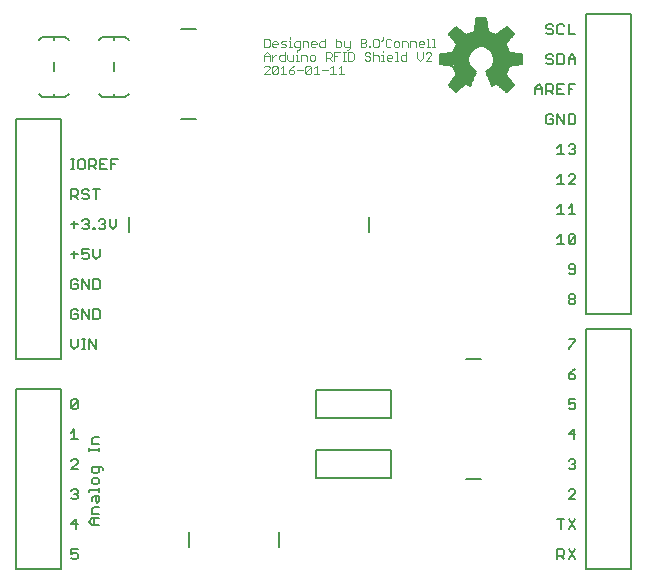
<source format=gto>
G75*
%MOIN*%
%OFA0B0*%
%FSLAX24Y24*%
%IPPOS*%
%LPD*%
%AMOC8*
5,1,8,0,0,1.08239X$1,22.5*
%
%ADD10C,0.0020*%
%ADD11C,0.0050*%
%ADD12C,0.0060*%
%ADD13C,0.0080*%
%ADD14C,0.0059*%
D10*
X008910Y018160D02*
X009097Y018347D01*
X009097Y018394D01*
X009050Y018440D01*
X008957Y018440D01*
X008910Y018394D01*
X008910Y018610D02*
X008910Y018797D01*
X009003Y018890D01*
X009097Y018797D01*
X009097Y018610D01*
X009186Y018610D02*
X009186Y018797D01*
X009186Y018703D02*
X009280Y018797D01*
X009326Y018797D01*
X009416Y018750D02*
X009463Y018797D01*
X009603Y018797D01*
X009693Y018797D02*
X009693Y018657D01*
X009739Y018610D01*
X009879Y018610D01*
X009879Y018797D01*
X009969Y018797D02*
X010016Y018797D01*
X010016Y018610D01*
X010062Y018610D02*
X009969Y018610D01*
X009926Y018440D02*
X009832Y018394D01*
X009739Y018300D01*
X009879Y018300D01*
X009926Y018253D01*
X009926Y018207D01*
X009879Y018160D01*
X009785Y018160D01*
X009739Y018207D01*
X009739Y018300D01*
X009649Y018160D02*
X009462Y018160D01*
X009556Y018160D02*
X009556Y018440D01*
X009462Y018347D01*
X009373Y018394D02*
X009373Y018207D01*
X009326Y018160D01*
X009233Y018160D01*
X009186Y018207D01*
X009373Y018394D01*
X009326Y018440D01*
X009233Y018440D01*
X009186Y018394D01*
X009186Y018207D01*
X009097Y018160D02*
X008910Y018160D01*
X008910Y018750D02*
X009097Y018750D01*
X009050Y019060D02*
X008910Y019060D01*
X008910Y019340D01*
X009050Y019340D01*
X009097Y019294D01*
X009097Y019107D01*
X009050Y019060D01*
X009186Y019107D02*
X009186Y019200D01*
X009233Y019247D01*
X009326Y019247D01*
X009373Y019200D01*
X009373Y019153D01*
X009186Y019153D01*
X009186Y019107D02*
X009233Y019060D01*
X009326Y019060D01*
X009462Y019060D02*
X009603Y019060D01*
X009649Y019107D01*
X009603Y019153D01*
X009509Y019153D01*
X009462Y019200D01*
X009509Y019247D01*
X009649Y019247D01*
X009739Y019247D02*
X009785Y019247D01*
X009785Y019060D01*
X009739Y019060D02*
X009832Y019060D01*
X009923Y019107D02*
X009923Y019200D01*
X009970Y019247D01*
X010110Y019247D01*
X010110Y019013D01*
X010063Y018967D01*
X010016Y018967D01*
X010016Y018937D02*
X010016Y018890D01*
X010153Y018797D02*
X010293Y018797D01*
X010340Y018750D01*
X010340Y018610D01*
X010429Y018657D02*
X010476Y018610D01*
X010569Y018610D01*
X010616Y018657D01*
X010616Y018750D01*
X010569Y018797D01*
X010476Y018797D01*
X010429Y018750D01*
X010429Y018657D01*
X010431Y018440D02*
X010478Y018394D01*
X010291Y018207D01*
X010338Y018160D01*
X010431Y018160D01*
X010478Y018207D01*
X010478Y018394D01*
X010431Y018440D02*
X010338Y018440D01*
X010291Y018394D01*
X010291Y018207D01*
X010202Y018300D02*
X010015Y018300D01*
X010153Y018610D02*
X010153Y018797D01*
X010110Y019060D02*
X009970Y019060D01*
X009923Y019107D01*
X009785Y019340D02*
X009785Y019387D01*
X009603Y018890D02*
X009603Y018610D01*
X009463Y018610D01*
X009416Y018657D01*
X009416Y018750D01*
X010199Y019060D02*
X010199Y019247D01*
X010339Y019247D01*
X010386Y019200D01*
X010386Y019060D01*
X010475Y019107D02*
X010475Y019200D01*
X010522Y019247D01*
X010615Y019247D01*
X010662Y019200D01*
X010662Y019153D01*
X010475Y019153D01*
X010475Y019107D02*
X010522Y019060D01*
X010615Y019060D01*
X010752Y019107D02*
X010752Y019200D01*
X010798Y019247D01*
X010938Y019247D01*
X010938Y019340D02*
X010938Y019060D01*
X010798Y019060D01*
X010752Y019107D01*
X010982Y018890D02*
X010982Y018610D01*
X010982Y018703D02*
X011122Y018703D01*
X011169Y018750D01*
X011169Y018844D01*
X011122Y018890D01*
X010982Y018890D01*
X011075Y018703D02*
X011169Y018610D01*
X011258Y018610D02*
X011258Y018890D01*
X011445Y018890D01*
X011534Y018890D02*
X011628Y018890D01*
X011581Y018890D02*
X011581Y018610D01*
X011534Y018610D02*
X011628Y018610D01*
X011718Y018610D02*
X011859Y018610D01*
X011905Y018657D01*
X011905Y018844D01*
X011859Y018890D01*
X011718Y018890D01*
X011718Y018610D01*
X011490Y018440D02*
X011490Y018160D01*
X011583Y018160D02*
X011396Y018160D01*
X011307Y018160D02*
X011120Y018160D01*
X011213Y018160D02*
X011213Y018440D01*
X011120Y018347D01*
X011030Y018300D02*
X010844Y018300D01*
X010754Y018160D02*
X010567Y018160D01*
X010661Y018160D02*
X010661Y018440D01*
X010567Y018347D01*
X011258Y018750D02*
X011351Y018750D01*
X011304Y019060D02*
X011444Y019060D01*
X011491Y019107D01*
X011491Y019200D01*
X011444Y019247D01*
X011304Y019247D01*
X011304Y019340D02*
X011304Y019060D01*
X011580Y019107D02*
X011580Y019247D01*
X011580Y019107D02*
X011627Y019060D01*
X011767Y019060D01*
X011767Y019013D02*
X011720Y018967D01*
X011674Y018967D01*
X011767Y019013D02*
X011767Y019247D01*
X012133Y019200D02*
X012273Y019200D01*
X012320Y019153D01*
X012320Y019107D01*
X012273Y019060D01*
X012133Y019060D01*
X012133Y019340D01*
X012273Y019340D01*
X012320Y019294D01*
X012320Y019247D01*
X012273Y019200D01*
X012409Y019107D02*
X012456Y019107D01*
X012456Y019060D01*
X012409Y019060D01*
X012409Y019107D01*
X012547Y019107D02*
X012547Y019294D01*
X012594Y019340D01*
X012687Y019340D01*
X012734Y019294D01*
X012734Y019107D01*
X012687Y019060D01*
X012594Y019060D01*
X012547Y019107D01*
X012547Y018890D02*
X012547Y018610D01*
X012458Y018657D02*
X012411Y018610D01*
X012318Y018610D01*
X012271Y018657D01*
X012318Y018750D02*
X012411Y018750D01*
X012458Y018703D01*
X012458Y018657D01*
X012547Y018750D02*
X012594Y018797D01*
X012687Y018797D01*
X012734Y018750D01*
X012734Y018610D01*
X012823Y018610D02*
X012917Y018610D01*
X012870Y018610D02*
X012870Y018797D01*
X012823Y018797D01*
X012870Y018890D02*
X012870Y018937D01*
X013008Y019060D02*
X013102Y019060D01*
X013148Y019107D01*
X013238Y019107D02*
X013284Y019060D01*
X013378Y019060D01*
X013425Y019107D01*
X013425Y019200D01*
X013378Y019247D01*
X013284Y019247D01*
X013238Y019200D01*
X013238Y019107D01*
X013148Y019294D02*
X013102Y019340D01*
X013008Y019340D01*
X012961Y019294D01*
X012961Y019107D01*
X013008Y019060D01*
X012823Y019247D02*
X012870Y019294D01*
X012870Y019387D01*
X013054Y018797D02*
X013148Y018797D01*
X013194Y018750D01*
X013194Y018703D01*
X013007Y018703D01*
X013007Y018657D02*
X013007Y018750D01*
X013054Y018797D01*
X013007Y018657D02*
X013054Y018610D01*
X013148Y018610D01*
X013284Y018610D02*
X013377Y018610D01*
X013330Y018610D02*
X013330Y018890D01*
X013284Y018890D01*
X013468Y018750D02*
X013515Y018797D01*
X013655Y018797D01*
X013655Y018890D02*
X013655Y018610D01*
X013515Y018610D01*
X013468Y018657D01*
X013468Y018750D01*
X013514Y019060D02*
X013514Y019247D01*
X013654Y019247D01*
X013701Y019200D01*
X013701Y019060D01*
X013790Y019060D02*
X013790Y019247D01*
X013930Y019247D01*
X013977Y019200D01*
X013977Y019060D01*
X014066Y019107D02*
X014066Y019200D01*
X014113Y019247D01*
X014207Y019247D01*
X014253Y019200D01*
X014253Y019153D01*
X014066Y019153D01*
X014066Y019107D02*
X014113Y019060D01*
X014207Y019060D01*
X014343Y019060D02*
X014436Y019060D01*
X014389Y019060D02*
X014389Y019340D01*
X014343Y019340D01*
X014527Y019340D02*
X014573Y019340D01*
X014573Y019060D01*
X014527Y019060D02*
X014620Y019060D01*
X014437Y018890D02*
X014483Y018844D01*
X014483Y018797D01*
X014297Y018610D01*
X014483Y018610D01*
X014437Y018890D02*
X014343Y018890D01*
X014297Y018844D01*
X014207Y018890D02*
X014207Y018703D01*
X014114Y018610D01*
X014020Y018703D01*
X014020Y018890D01*
X012458Y018844D02*
X012411Y018890D01*
X012318Y018890D01*
X012271Y018844D01*
X012271Y018797D01*
X012318Y018750D01*
X011490Y018440D02*
X011396Y018347D01*
D11*
X000650Y007650D02*
X000650Y001650D01*
X002150Y001650D01*
X002150Y007650D01*
X000650Y007650D01*
X000650Y008650D02*
X002150Y008650D01*
X002150Y016650D01*
X000650Y016650D01*
X000650Y008650D01*
X019650Y009650D02*
X019650Y001650D01*
X021150Y001650D01*
X021150Y009650D01*
X019650Y009650D01*
X019650Y010150D02*
X019650Y020150D01*
X021150Y020150D01*
X021150Y010150D01*
X019650Y010150D01*
D12*
X019289Y010537D02*
X019232Y010480D01*
X019118Y010480D01*
X019062Y010537D01*
X019062Y010593D01*
X019118Y010650D01*
X019232Y010650D01*
X019289Y010593D01*
X019289Y010537D01*
X019232Y010650D02*
X019289Y010707D01*
X019289Y010764D01*
X019232Y010820D01*
X019118Y010820D01*
X019062Y010764D01*
X019062Y010707D01*
X019118Y010650D01*
X019118Y011480D02*
X019232Y011480D01*
X019289Y011537D01*
X019289Y011764D01*
X019232Y011820D01*
X019118Y011820D01*
X019062Y011764D01*
X019062Y011707D01*
X019118Y011650D01*
X019289Y011650D01*
X019118Y011480D02*
X019062Y011537D01*
X019118Y012480D02*
X019062Y012537D01*
X019289Y012764D01*
X019289Y012537D01*
X019232Y012480D01*
X019118Y012480D01*
X019062Y012537D02*
X019062Y012764D01*
X019118Y012820D01*
X019232Y012820D01*
X019289Y012764D01*
X018920Y012480D02*
X018693Y012480D01*
X018807Y012480D02*
X018807Y012820D01*
X018693Y012707D01*
X018693Y013480D02*
X018920Y013480D01*
X018807Y013480D02*
X018807Y013820D01*
X018693Y013707D01*
X019062Y013707D02*
X019175Y013820D01*
X019175Y013480D01*
X019062Y013480D02*
X019289Y013480D01*
X019289Y014480D02*
X019062Y014480D01*
X019289Y014707D01*
X019289Y014764D01*
X019232Y014820D01*
X019118Y014820D01*
X019062Y014764D01*
X018920Y014480D02*
X018693Y014480D01*
X018807Y014480D02*
X018807Y014820D01*
X018693Y014707D01*
X018693Y015480D02*
X018920Y015480D01*
X018807Y015480D02*
X018807Y015820D01*
X018693Y015707D01*
X019062Y015764D02*
X019118Y015820D01*
X019232Y015820D01*
X019289Y015764D01*
X019289Y015707D01*
X019232Y015650D01*
X019289Y015593D01*
X019289Y015537D01*
X019232Y015480D01*
X019118Y015480D01*
X019062Y015537D01*
X019175Y015650D02*
X019232Y015650D01*
X019232Y016480D02*
X019289Y016537D01*
X019289Y016764D01*
X019232Y016820D01*
X019062Y016820D01*
X019062Y016480D01*
X019232Y016480D01*
X018920Y016480D02*
X018920Y016820D01*
X018693Y016820D02*
X018693Y016480D01*
X018552Y016537D02*
X018552Y016650D01*
X018438Y016650D01*
X018325Y016537D02*
X018325Y016764D01*
X018382Y016820D01*
X018495Y016820D01*
X018552Y016764D01*
X018693Y016820D02*
X018920Y016480D01*
X018552Y016537D02*
X018495Y016480D01*
X018382Y016480D01*
X018325Y016537D01*
X018325Y017480D02*
X018325Y017820D01*
X018495Y017820D01*
X018552Y017764D01*
X018552Y017650D01*
X018495Y017593D01*
X018325Y017593D01*
X018438Y017593D02*
X018552Y017480D01*
X018693Y017480D02*
X018693Y017820D01*
X018920Y017820D01*
X019062Y017820D02*
X019062Y017480D01*
X018920Y017480D02*
X018693Y017480D01*
X018693Y017650D02*
X018807Y017650D01*
X019062Y017650D02*
X019175Y017650D01*
X019062Y017820D02*
X019289Y017820D01*
X019289Y018480D02*
X019289Y018707D01*
X019175Y018820D01*
X019062Y018707D01*
X019062Y018480D01*
X018920Y018537D02*
X018920Y018764D01*
X018864Y018820D01*
X018693Y018820D01*
X018693Y018480D01*
X018864Y018480D01*
X018920Y018537D01*
X019062Y018650D02*
X019289Y018650D01*
X019289Y019480D02*
X019062Y019480D01*
X019062Y019820D01*
X018920Y019764D02*
X018864Y019820D01*
X018750Y019820D01*
X018693Y019764D01*
X018693Y019537D01*
X018750Y019480D01*
X018864Y019480D01*
X018920Y019537D01*
X018552Y019537D02*
X018495Y019480D01*
X018382Y019480D01*
X018325Y019537D01*
X018382Y019650D02*
X018495Y019650D01*
X018552Y019593D01*
X018552Y019537D01*
X018382Y019650D02*
X018325Y019707D01*
X018325Y019764D01*
X018382Y019820D01*
X018495Y019820D01*
X018552Y019764D01*
X018495Y018820D02*
X018382Y018820D01*
X018325Y018764D01*
X018325Y018707D01*
X018382Y018650D01*
X018495Y018650D01*
X018552Y018593D01*
X018552Y018537D01*
X018495Y018480D01*
X018382Y018480D01*
X018325Y018537D01*
X018552Y018764D02*
X018495Y018820D01*
X018070Y017820D02*
X017957Y017707D01*
X017957Y017480D01*
X017957Y017650D02*
X018184Y017650D01*
X018184Y017707D02*
X018184Y017480D01*
X018184Y017707D02*
X018070Y017820D01*
X019062Y009320D02*
X019289Y009320D01*
X019289Y009264D01*
X019062Y009037D01*
X019062Y008980D01*
X019289Y008320D02*
X019175Y008264D01*
X019062Y008150D01*
X019232Y008150D01*
X019289Y008093D01*
X019289Y008037D01*
X019232Y007980D01*
X019118Y007980D01*
X019062Y008037D01*
X019062Y008150D01*
X019062Y007320D02*
X019062Y007150D01*
X019175Y007207D01*
X019232Y007207D01*
X019289Y007150D01*
X019289Y007037D01*
X019232Y006980D01*
X019118Y006980D01*
X019062Y007037D01*
X019062Y007320D02*
X019289Y007320D01*
X019232Y006320D02*
X019062Y006150D01*
X019289Y006150D01*
X019232Y005980D02*
X019232Y006320D01*
X019232Y005320D02*
X019289Y005264D01*
X019289Y005207D01*
X019232Y005150D01*
X019289Y005093D01*
X019289Y005037D01*
X019232Y004980D01*
X019118Y004980D01*
X019062Y005037D01*
X019175Y005150D02*
X019232Y005150D01*
X019232Y005320D02*
X019118Y005320D01*
X019062Y005264D01*
X019118Y004320D02*
X019062Y004264D01*
X019118Y004320D02*
X019232Y004320D01*
X019289Y004264D01*
X019289Y004207D01*
X019062Y003980D01*
X019289Y003980D01*
X019289Y003320D02*
X019062Y002980D01*
X019289Y002980D02*
X019062Y003320D01*
X018920Y003320D02*
X018693Y003320D01*
X018807Y003320D02*
X018807Y002980D01*
X018864Y002320D02*
X018693Y002320D01*
X018693Y001980D01*
X018693Y002093D02*
X018864Y002093D01*
X018920Y002150D01*
X018920Y002264D01*
X018864Y002320D01*
X019062Y002320D02*
X019289Y001980D01*
X019062Y001980D02*
X019289Y002320D01*
X018920Y001980D02*
X018807Y002093D01*
X003991Y013093D02*
X003991Y013320D01*
X003991Y013093D02*
X003878Y012980D01*
X003764Y013093D01*
X003764Y013320D01*
X003623Y013264D02*
X003623Y013207D01*
X003566Y013150D01*
X003623Y013093D01*
X003623Y013037D01*
X003566Y012980D01*
X003453Y012980D01*
X003396Y013037D01*
X003268Y013037D02*
X003268Y012980D01*
X003212Y012980D01*
X003212Y013037D01*
X003268Y013037D01*
X003070Y013037D02*
X003013Y012980D01*
X002900Y012980D01*
X002843Y013037D01*
X002957Y013150D02*
X003013Y013150D01*
X003070Y013093D01*
X003070Y013037D01*
X003013Y013150D02*
X003070Y013207D01*
X003070Y013264D01*
X003013Y013320D01*
X002900Y013320D01*
X002843Y013264D01*
X002702Y013150D02*
X002475Y013150D01*
X002588Y013037D02*
X002588Y013264D01*
X002475Y013980D02*
X002475Y014320D01*
X002645Y014320D01*
X002702Y014264D01*
X002702Y014150D01*
X002645Y014093D01*
X002475Y014093D01*
X002588Y014093D02*
X002702Y013980D01*
X002843Y014037D02*
X002900Y013980D01*
X003013Y013980D01*
X003070Y014037D01*
X003070Y014093D01*
X003013Y014150D01*
X002900Y014150D01*
X002843Y014207D01*
X002843Y014264D01*
X002900Y014320D01*
X003013Y014320D01*
X003070Y014264D01*
X003212Y014320D02*
X003438Y014320D01*
X003325Y014320D02*
X003325Y013980D01*
X003453Y013320D02*
X003566Y013320D01*
X003623Y013264D01*
X003566Y013150D02*
X003509Y013150D01*
X003396Y013264D02*
X003453Y013320D01*
X003438Y012320D02*
X003438Y012093D01*
X003325Y011980D01*
X003212Y012093D01*
X003212Y012320D01*
X003070Y012320D02*
X002843Y012320D01*
X002843Y012150D01*
X002957Y012207D01*
X003013Y012207D01*
X003070Y012150D01*
X003070Y012037D01*
X003013Y011980D01*
X002900Y011980D01*
X002843Y012037D01*
X002702Y012150D02*
X002475Y012150D01*
X002588Y012037D02*
X002588Y012264D01*
X002532Y011320D02*
X002475Y011264D01*
X002475Y011037D01*
X002532Y010980D01*
X002645Y010980D01*
X002702Y011037D01*
X002702Y011150D01*
X002588Y011150D01*
X002702Y011264D02*
X002645Y011320D01*
X002532Y011320D01*
X002843Y011320D02*
X002843Y010980D01*
X003070Y010980D02*
X002843Y011320D01*
X003070Y011320D02*
X003070Y010980D01*
X003212Y010980D02*
X003382Y010980D01*
X003438Y011037D01*
X003438Y011264D01*
X003382Y011320D01*
X003212Y011320D01*
X003212Y010980D01*
X003212Y010320D02*
X003382Y010320D01*
X003438Y010264D01*
X003438Y010037D01*
X003382Y009980D01*
X003212Y009980D01*
X003212Y010320D01*
X003070Y010320D02*
X003070Y009980D01*
X002843Y010320D01*
X002843Y009980D01*
X002702Y010037D02*
X002702Y010150D01*
X002588Y010150D01*
X002475Y010037D02*
X002532Y009980D01*
X002645Y009980D01*
X002702Y010037D01*
X002702Y010264D02*
X002645Y010320D01*
X002532Y010320D01*
X002475Y010264D01*
X002475Y010037D01*
X002475Y009320D02*
X002475Y009093D01*
X002588Y008980D01*
X002702Y009093D01*
X002702Y009320D01*
X002843Y009320D02*
X002957Y009320D01*
X002900Y009320D02*
X002900Y008980D01*
X002843Y008980D02*
X002957Y008980D01*
X003089Y008980D02*
X003089Y009320D01*
X003316Y008980D01*
X003316Y009320D01*
X002645Y007320D02*
X002532Y007320D01*
X002475Y007264D01*
X002475Y007037D01*
X002702Y007264D01*
X002702Y007037D01*
X002645Y006980D01*
X002532Y006980D01*
X002475Y007037D01*
X002702Y007264D02*
X002645Y007320D01*
X002588Y006320D02*
X002588Y005980D01*
X002475Y005980D02*
X002702Y005980D01*
X002475Y006207D02*
X002588Y006320D01*
X003188Y006001D02*
X003188Y005831D01*
X003415Y005831D01*
X003415Y005699D02*
X003415Y005585D01*
X003415Y005642D02*
X003075Y005642D01*
X003075Y005585D02*
X003075Y005699D01*
X003188Y006001D02*
X003245Y006058D01*
X003415Y006058D01*
X002645Y005320D02*
X002532Y005320D01*
X002475Y005264D01*
X002645Y005320D02*
X002702Y005264D01*
X002702Y005207D01*
X002475Y004980D01*
X002702Y004980D01*
X003188Y004906D02*
X003245Y004849D01*
X003358Y004849D01*
X003415Y004906D01*
X003415Y005076D01*
X003472Y005076D02*
X003188Y005076D01*
X003188Y004906D01*
X003245Y004707D02*
X003188Y004651D01*
X003188Y004537D01*
X003245Y004480D01*
X003358Y004480D01*
X003415Y004537D01*
X003415Y004651D01*
X003358Y004707D01*
X003245Y004707D01*
X003415Y004348D02*
X003415Y004235D01*
X003415Y004292D02*
X003075Y004292D01*
X003075Y004235D01*
X003245Y004093D02*
X003415Y004093D01*
X003415Y003923D01*
X003358Y003867D01*
X003302Y003923D01*
X003302Y004093D01*
X003245Y004093D02*
X003188Y004037D01*
X003188Y003923D01*
X003245Y003725D02*
X003415Y003725D01*
X003245Y003725D02*
X003188Y003668D01*
X003188Y003498D01*
X003415Y003498D01*
X003415Y003357D02*
X003188Y003357D01*
X003075Y003243D01*
X003188Y003130D01*
X003415Y003130D01*
X003245Y003130D02*
X003245Y003357D01*
X002702Y003150D02*
X002475Y003150D01*
X002645Y003320D01*
X002645Y002980D01*
X002702Y002320D02*
X002475Y002320D01*
X002475Y002150D01*
X002588Y002207D01*
X002645Y002207D01*
X002702Y002150D01*
X002702Y002037D01*
X002645Y001980D01*
X002532Y001980D01*
X002475Y002037D01*
X002532Y003980D02*
X002475Y004037D01*
X002532Y003980D02*
X002645Y003980D01*
X002702Y004037D01*
X002702Y004093D01*
X002645Y004150D01*
X002588Y004150D01*
X002645Y004150D02*
X002702Y004207D01*
X002702Y004264D01*
X002645Y004320D01*
X002532Y004320D01*
X002475Y004264D01*
X003472Y005076D02*
X003528Y005019D01*
X003528Y004962D01*
X003457Y014980D02*
X003684Y014980D01*
X003825Y014980D02*
X003825Y015320D01*
X004052Y015320D01*
X003939Y015150D02*
X003825Y015150D01*
X003684Y015320D02*
X003457Y015320D01*
X003457Y014980D01*
X003316Y014980D02*
X003202Y015093D01*
X003259Y015093D02*
X003089Y015093D01*
X003089Y014980D02*
X003089Y015320D01*
X003259Y015320D01*
X003316Y015264D01*
X003316Y015150D01*
X003259Y015093D01*
X003457Y015150D02*
X003571Y015150D01*
X002947Y015037D02*
X002947Y015264D01*
X002891Y015320D01*
X002777Y015320D01*
X002721Y015264D01*
X002721Y015037D01*
X002777Y014980D01*
X002891Y014980D01*
X002947Y015037D01*
X002588Y014980D02*
X002475Y014980D01*
X002532Y014980D02*
X002532Y015320D01*
X002588Y015320D02*
X002475Y015320D01*
D13*
X002290Y017400D02*
X001900Y017400D01*
X001510Y017400D01*
X001400Y017510D01*
X001900Y017500D02*
X001900Y017400D01*
X002290Y017400D02*
X002400Y017510D01*
X001900Y018250D02*
X001900Y018550D01*
X001900Y019300D02*
X001900Y019400D01*
X001510Y019400D01*
X001400Y019290D01*
X001900Y019400D02*
X002290Y019400D01*
X002400Y019290D01*
X003400Y019290D02*
X003510Y019400D01*
X003900Y019400D01*
X004290Y019400D01*
X004400Y019290D01*
X003900Y019300D02*
X003900Y019400D01*
X003900Y018550D02*
X003900Y018250D01*
X003900Y017500D02*
X003900Y017400D01*
X004290Y017400D01*
X004400Y017510D01*
X003900Y017400D02*
X003510Y017400D01*
X003400Y017510D01*
X006150Y016650D02*
X006650Y016650D01*
X006650Y019650D02*
X006150Y019650D01*
X004400Y013400D02*
X004400Y012900D01*
X010660Y007622D02*
X010660Y006678D01*
X013140Y006678D01*
X013140Y007622D01*
X010660Y007622D01*
X010660Y005622D02*
X013140Y005622D01*
X013140Y004678D01*
X010660Y004678D01*
X010660Y005622D01*
X009400Y002900D02*
X009400Y002400D01*
X006400Y002400D02*
X006400Y002900D01*
X012400Y012900D02*
X012400Y013400D01*
X015650Y008650D02*
X016150Y008650D01*
X016150Y004650D02*
X015650Y004650D01*
D14*
X015302Y017564D02*
X015648Y017847D01*
X015716Y017808D01*
X015787Y017775D01*
X015985Y018252D01*
X015921Y018285D01*
X015863Y018329D01*
X015813Y018382D01*
X015773Y018442D01*
X015744Y018508D01*
X015725Y018578D01*
X015719Y018650D01*
X015727Y018730D01*
X015749Y018808D01*
X015786Y018880D01*
X015835Y018944D01*
X015896Y018998D01*
X015965Y019039D01*
X016041Y019067D01*
X016121Y019080D01*
X016201Y019078D01*
X016280Y019060D01*
X016355Y019029D01*
X016422Y018984D01*
X016479Y018927D01*
X016525Y018861D01*
X016558Y018787D01*
X016577Y018709D01*
X016580Y018628D01*
X016568Y018548D01*
X016542Y018472D01*
X016502Y018402D01*
X016449Y018340D01*
X016386Y018290D01*
X016315Y018252D01*
X016513Y017775D01*
X016584Y017808D01*
X016652Y017847D01*
X016998Y017564D01*
X017236Y017802D01*
X016953Y018148D01*
X017004Y018240D01*
X017044Y018336D01*
X017073Y018437D01*
X017518Y018482D01*
X017518Y018818D01*
X017073Y018863D01*
X017044Y018964D01*
X017004Y019060D01*
X016953Y019152D01*
X017236Y019498D01*
X016998Y019736D01*
X016652Y019453D01*
X016560Y019504D01*
X016464Y019544D01*
X016363Y019573D01*
X016318Y020018D01*
X015982Y020018D01*
X015937Y019573D01*
X015836Y019544D01*
X015740Y019504D01*
X015648Y019453D01*
X015302Y019736D01*
X015064Y019498D01*
X015347Y019152D01*
X015296Y019060D01*
X015256Y018964D01*
X015227Y018863D01*
X014782Y018818D01*
X014782Y018482D01*
X015227Y018437D01*
X015256Y018336D01*
X015296Y018240D01*
X015347Y018148D01*
X015064Y017802D01*
X015302Y017564D01*
X015298Y017568D02*
X015306Y017568D01*
X015241Y017625D02*
X015377Y017625D01*
X015447Y017683D02*
X015183Y017683D01*
X015125Y017740D02*
X015518Y017740D01*
X015588Y017798D02*
X015068Y017798D01*
X015108Y017855D02*
X015821Y017855D01*
X015797Y017798D02*
X015737Y017798D01*
X015845Y017913D02*
X015155Y017913D01*
X015202Y017971D02*
X015869Y017971D01*
X015892Y018028D02*
X015249Y018028D01*
X015296Y018086D02*
X015916Y018086D01*
X015940Y018143D02*
X015343Y018143D01*
X015317Y018201D02*
X015964Y018201D01*
X015973Y018258D02*
X015288Y018258D01*
X015265Y018316D02*
X015880Y018316D01*
X015821Y018373D02*
X015245Y018373D01*
X015229Y018431D02*
X015780Y018431D01*
X015752Y018489D02*
X014782Y018489D01*
X014782Y018546D02*
X015734Y018546D01*
X015723Y018604D02*
X014782Y018604D01*
X014782Y018661D02*
X015720Y018661D01*
X015726Y018719D02*
X014782Y018719D01*
X014782Y018776D02*
X015740Y018776D01*
X015763Y018834D02*
X014940Y018834D01*
X015235Y018891D02*
X015795Y018891D01*
X015841Y018949D02*
X015252Y018949D01*
X015274Y019007D02*
X015911Y019007D01*
X016034Y019064D02*
X015298Y019064D01*
X015330Y019122D02*
X016970Y019122D01*
X016976Y019179D02*
X015324Y019179D01*
X015277Y019237D02*
X017023Y019237D01*
X017070Y019294D02*
X015230Y019294D01*
X015184Y019352D02*
X017116Y019352D01*
X017163Y019409D02*
X015137Y019409D01*
X015090Y019467D02*
X015631Y019467D01*
X015673Y019467D02*
X016627Y019467D01*
X016669Y019467D02*
X017210Y019467D01*
X017210Y019525D02*
X016739Y019525D01*
X016810Y019582D02*
X017152Y019582D01*
X017094Y019640D02*
X016880Y019640D01*
X016951Y019697D02*
X017037Y019697D01*
X016510Y019525D02*
X015790Y019525D01*
X015938Y019582D02*
X016362Y019582D01*
X016356Y019640D02*
X015944Y019640D01*
X015950Y019697D02*
X016350Y019697D01*
X016345Y019755D02*
X015955Y019755D01*
X015961Y019812D02*
X016339Y019812D01*
X016333Y019870D02*
X015967Y019870D01*
X015973Y019927D02*
X016327Y019927D01*
X016321Y019985D02*
X015979Y019985D01*
X015561Y019525D02*
X015090Y019525D01*
X015148Y019582D02*
X015490Y019582D01*
X015420Y019640D02*
X015206Y019640D01*
X015263Y019697D02*
X015349Y019697D01*
X016263Y019064D02*
X017002Y019064D01*
X017026Y019007D02*
X016388Y019007D01*
X016457Y018949D02*
X017048Y018949D01*
X017065Y018891D02*
X016504Y018891D01*
X016537Y018834D02*
X017360Y018834D01*
X017518Y018776D02*
X016561Y018776D01*
X016574Y018719D02*
X017518Y018719D01*
X017518Y018661D02*
X016579Y018661D01*
X016577Y018604D02*
X017518Y018604D01*
X017518Y018546D02*
X016568Y018546D01*
X016548Y018489D02*
X017518Y018489D01*
X017098Y017971D02*
X016431Y017971D01*
X016408Y018028D02*
X017051Y018028D01*
X017004Y018086D02*
X016384Y018086D01*
X016360Y018143D02*
X016957Y018143D01*
X016983Y018201D02*
X016336Y018201D01*
X016327Y018258D02*
X017012Y018258D01*
X017035Y018316D02*
X016419Y018316D01*
X016478Y018373D02*
X017055Y018373D01*
X017071Y018431D02*
X016519Y018431D01*
X016455Y017913D02*
X017145Y017913D01*
X017192Y017855D02*
X016479Y017855D01*
X016503Y017798D02*
X016563Y017798D01*
X016712Y017798D02*
X017232Y017798D01*
X017175Y017740D02*
X016782Y017740D01*
X016853Y017683D02*
X017117Y017683D01*
X017059Y017625D02*
X016923Y017625D01*
X016994Y017568D02*
X017002Y017568D01*
M02*

</source>
